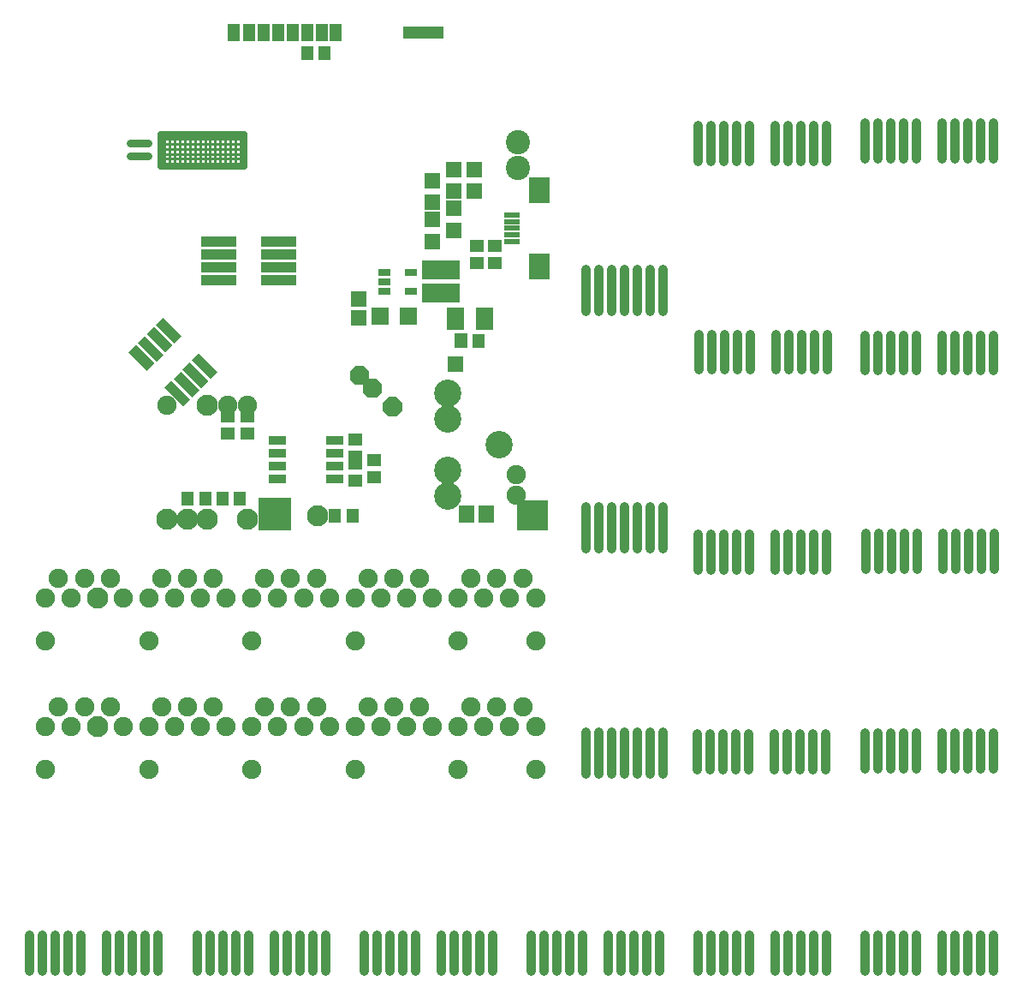
<source format=gbs>
%FSLAX34Y34*%
%MOMM*%
%LNSOLDERMASK_BOTTOM*%
G71*
G01*
%ADD10C, 1.900*%
%ADD11C, 2.100*%
%ADD12R, 1.800X2.200*%
%ADD13R, 1.190X0.800*%
%ADD14R, 3.800X1.900*%
%ADD15R, 1.800X1.800*%
%ADD16R, 1.600X1.500*%
%ADD17R, 1.600X1.600*%
%ADD18R, 1.200X1.800*%
%ADD19R, 1.300X1.400*%
%ADD20C, 2.400*%
%ADD21R, 1.800X0.870*%
%ADD22R, 1.400X1.300*%
%ADD23R, 1.500X1.700*%
%ADD24C, 2.700*%
%ADD25R, 1.550X0.600*%
%ADD26R, 2.100X2.500*%
%ADD27C, 0.250*%
%ADD28C, 0.700*%
%ADD29C, 0.800*%
%ADD30R, 2.600X1.000*%
%ADD31R, 0.500X1.200*%
%ADD32R, 3.500X1.000*%
%ADD33R, 2.500X1.000*%
%ADD34C, 0.950*%
%LPD*%
X42330Y-651323D02*
G54D10*
D03*
X144330Y-651323D02*
G54D10*
D03*
X246330Y-651323D02*
G54D10*
D03*
X348330Y-651323D02*
G54D10*
D03*
X450330Y-651323D02*
G54D10*
D03*
X526830Y-651323D02*
G54D10*
D03*
X42330Y-609047D02*
G54D10*
D03*
X67830Y-609048D02*
G54D10*
D03*
X93331Y-609046D02*
G54D11*
D03*
X118830Y-609048D02*
G54D10*
D03*
X144330Y-609048D02*
G54D10*
D03*
X169830Y-609048D02*
G54D10*
D03*
X195330Y-609048D02*
G54D10*
D03*
X220830Y-609048D02*
G54D10*
D03*
X246330Y-609048D02*
G54D10*
D03*
X271830Y-609048D02*
G54D10*
D03*
X297330Y-609048D02*
G54D10*
D03*
X322830Y-609048D02*
G54D10*
D03*
X348330Y-609048D02*
G54D10*
D03*
X373830Y-609048D02*
G54D10*
D03*
X399330Y-609048D02*
G54D10*
D03*
X424830Y-609048D02*
G54D10*
D03*
X450330Y-609048D02*
G54D10*
D03*
X475830Y-609048D02*
G54D10*
D03*
X501330Y-609048D02*
G54D10*
D03*
X526830Y-609048D02*
G54D10*
D03*
X55080Y-589047D02*
G54D10*
D03*
X80580Y-589047D02*
G54D10*
D03*
X106080Y-589048D02*
G54D10*
D03*
X157080Y-589048D02*
G54D10*
D03*
X182580Y-589048D02*
G54D10*
D03*
X208080Y-589048D02*
G54D10*
D03*
X259080Y-589048D02*
G54D10*
D03*
X284580Y-589048D02*
G54D10*
D03*
X310080Y-589048D02*
G54D10*
D03*
X361080Y-589048D02*
G54D10*
D03*
X386580Y-589048D02*
G54D10*
D03*
X412080Y-589048D02*
G54D10*
D03*
X463080Y-589048D02*
G54D10*
D03*
X488580Y-589048D02*
G54D10*
D03*
X514080Y-589048D02*
G54D10*
D03*
X475967Y-332525D02*
G54D12*
D03*
X447976Y-332517D02*
G54D12*
D03*
X377450Y-286962D02*
G54D13*
D03*
X377452Y-296367D02*
G54D13*
D03*
X377450Y-305962D02*
G54D13*
D03*
X403349Y-305962D02*
G54D13*
D03*
X403350Y-286962D02*
G54D13*
D03*
X433570Y-307447D02*
G54D14*
D03*
X433570Y-284447D02*
G54D14*
D03*
X401398Y-330569D02*
G54D15*
D03*
X373398Y-330570D02*
G54D15*
D03*
X351676Y-332078D02*
G54D16*
D03*
X351678Y-313073D02*
G54D16*
D03*
X425000Y-234889D02*
G54D16*
D03*
X425000Y-256463D02*
G54D16*
D03*
X447967Y-377903D02*
G54D17*
D03*
X507820Y-487399D02*
G54D10*
D03*
G36*
X508874Y-542026D02*
X508874Y-512026D01*
X538874Y-512026D01*
X538874Y-542026D01*
X508874Y-542026D01*
G37*
X228663Y-50435D02*
G54D18*
D03*
X243742Y-50433D02*
G54D18*
D03*
X258030Y-50433D02*
G54D18*
D03*
X272317Y-50434D02*
G54D18*
D03*
X286605Y-50433D02*
G54D18*
D03*
X300895Y-50435D02*
G54D18*
D03*
X315180Y-50433D02*
G54D18*
D03*
X329467Y-50433D02*
G54D18*
D03*
X300895Y-70815D02*
G54D19*
D03*
X317895Y-70815D02*
G54D19*
D03*
X162330Y-531149D02*
G54D11*
D03*
X182975Y-531155D02*
G54D11*
D03*
X202025Y-531155D02*
G54D11*
D03*
X202022Y-418315D02*
G54D11*
D03*
G36*
X285040Y-510074D02*
X285040Y-542074D01*
X253040Y-542074D01*
X253040Y-510074D01*
X285040Y-510074D01*
G37*
X509438Y-183754D02*
G54D20*
D03*
X509435Y-158354D02*
G54D20*
D03*
X328128Y-452730D02*
G54D21*
D03*
X328128Y-465430D02*
G54D21*
D03*
X328128Y-478130D02*
G54D21*
D03*
X328128Y-490830D02*
G54D21*
D03*
X271128Y-490830D02*
G54D21*
D03*
X271128Y-478130D02*
G54D21*
D03*
X271128Y-465430D02*
G54D21*
D03*
X271128Y-452730D02*
G54D21*
D03*
X348596Y-476146D02*
G54D22*
D03*
X348596Y-493146D02*
G54D22*
D03*
X348596Y-452002D02*
G54D22*
D03*
X348596Y-469002D02*
G54D22*
D03*
X367561Y-489336D02*
G54D22*
D03*
X367561Y-472336D02*
G54D22*
D03*
X458390Y-525858D02*
G54D23*
D03*
X162334Y-418316D02*
G54D10*
D03*
X222659Y-418316D02*
G54D10*
D03*
X241709Y-418316D02*
G54D10*
D03*
G36*
X124454Y-365777D02*
X131526Y-358707D01*
X149909Y-377093D01*
X142837Y-384163D01*
X124454Y-365777D01*
G37*
G36*
X133434Y-356797D02*
X140506Y-349726D01*
X158889Y-368112D01*
X151818Y-375183D01*
X133434Y-356797D01*
G37*
G36*
X142415Y-347816D02*
X149487Y-340746D01*
X167869Y-359133D01*
X160797Y-366203D01*
X142415Y-347816D01*
G37*
G36*
X151394Y-338838D02*
X158465Y-331767D01*
X176851Y-350150D01*
X169780Y-357222D01*
X151394Y-338838D01*
G37*
G36*
X186749Y-374193D02*
X193820Y-367122D01*
X212206Y-385506D01*
X205135Y-392577D01*
X186749Y-374193D01*
G37*
G36*
X177769Y-383173D02*
X184840Y-376102D01*
X203225Y-394486D01*
X196155Y-401558D01*
X177769Y-383173D01*
G37*
G36*
X168789Y-392154D02*
X175860Y-385082D01*
X194245Y-403466D01*
X187174Y-410538D01*
X168789Y-392154D01*
G37*
G36*
X159809Y-401133D02*
X166881Y-394062D01*
X185265Y-412448D01*
X178193Y-419518D01*
X159809Y-401133D01*
G37*
X234477Y-510372D02*
G54D19*
D03*
X217475Y-510369D02*
G54D19*
D03*
X478231Y-525859D02*
G54D23*
D03*
X490336Y-457421D02*
G54D24*
D03*
X439536Y-482820D02*
G54D24*
D03*
X439536Y-432020D02*
G54D24*
D03*
X439536Y-406621D02*
G54D24*
D03*
X439536Y-508220D02*
G54D24*
D03*
X503811Y-230565D02*
G54D25*
D03*
X503811Y-237065D02*
G54D25*
D03*
X503811Y-243565D02*
G54D25*
D03*
X503811Y-250065D02*
G54D25*
D03*
X503811Y-256565D02*
G54D25*
D03*
X530561Y-281065D02*
G54D26*
D03*
X530561Y-206065D02*
G54D26*
D03*
X425000Y-196392D02*
G54D16*
D03*
X425000Y-217966D02*
G54D16*
D03*
X445637Y-224094D02*
G54D16*
D03*
X445637Y-245668D02*
G54D16*
D03*
X445637Y-185597D02*
G54D16*
D03*
X445637Y-207171D02*
G54D16*
D03*
G36*
X369464Y-392138D02*
X375022Y-397696D01*
X375022Y-405580D01*
X369464Y-411138D01*
X361580Y-411138D01*
X356022Y-405580D01*
X356022Y-397696D01*
X361580Y-392138D01*
X369464Y-392138D01*
G37*
G36*
X356764Y-379438D02*
X362322Y-384996D01*
X362322Y-392880D01*
X356764Y-398438D01*
X348880Y-398438D01*
X343322Y-392880D01*
X343322Y-384996D01*
X348880Y-379438D01*
X356764Y-379438D01*
G37*
G36*
X389434Y-410394D02*
X394992Y-415952D01*
X394992Y-423836D01*
X389434Y-429394D01*
X381550Y-429394D01*
X375992Y-423836D01*
X375992Y-415952D01*
X381550Y-410394D01*
X389434Y-410394D01*
G37*
X466275Y-185597D02*
G54D16*
D03*
X466274Y-207171D02*
G54D16*
D03*
X486734Y-277581D02*
G54D22*
D03*
X486734Y-260581D02*
G54D22*
D03*
X468478Y-277581D02*
G54D22*
D03*
X468478Y-260581D02*
G54D22*
D03*
X310975Y-527400D02*
G54D11*
D03*
G54D27*
X160000Y-182307D02*
X160000Y-150557D01*
X165000Y-182307D02*
X165000Y-150557D01*
X170000Y-182307D02*
X170000Y-150557D01*
X175000Y-182307D02*
X175000Y-150557D01*
X180000Y-182307D02*
X180000Y-150557D01*
X185000Y-182307D02*
X185000Y-150557D01*
X190000Y-182307D02*
X190000Y-150557D01*
X195000Y-182307D02*
X195000Y-150557D01*
X200000Y-182307D02*
X200000Y-150557D01*
X205000Y-182307D02*
X205000Y-150557D01*
X210000Y-182307D02*
X210000Y-150557D01*
X215000Y-182307D02*
X215000Y-150557D01*
X220000Y-182307D02*
X220000Y-150557D01*
X225000Y-182307D02*
X225000Y-150557D01*
X230000Y-182307D02*
X230000Y-150557D01*
X235000Y-182307D02*
X235000Y-150557D01*
X156190Y-180000D02*
X238740Y-180000D01*
X156190Y-175000D02*
X238740Y-175000D01*
X156190Y-170000D02*
X238740Y-170000D01*
X156189Y-165000D02*
X238740Y-165000D01*
X156189Y-160000D02*
X238740Y-160000D01*
X156189Y-155000D02*
X238740Y-155000D01*
G54D28*
X156189Y-150557D02*
X238740Y-150557D01*
X238740Y-182307D01*
X156190Y-182307D01*
X156189Y-150557D01*
G54D29*
X143631Y-172243D02*
X125484Y-172243D01*
G54D29*
X143631Y-159543D02*
X125484Y-159543D01*
X182975Y-510366D02*
G54D19*
D03*
X199977Y-510369D02*
G54D19*
D03*
X268043Y-256452D02*
G54D30*
D03*
X268043Y-269152D02*
G54D30*
D03*
X268043Y-281852D02*
G54D30*
D03*
X268043Y-294552D02*
G54D30*
D03*
X218042Y-294552D02*
G54D30*
D03*
X218043Y-281852D02*
G54D30*
D03*
X218043Y-269152D02*
G54D30*
D03*
X218043Y-256452D02*
G54D30*
D03*
X328565Y-527399D02*
G54D19*
D03*
X345564Y-527400D02*
G54D19*
D03*
X222400Y-446243D02*
G54D22*
D03*
X222403Y-429241D02*
G54D22*
D03*
X241450Y-446243D02*
G54D22*
D03*
X241453Y-429241D02*
G54D22*
D03*
G36*
X446731Y-347529D02*
X459731Y-347528D01*
X459731Y-361528D01*
X446731Y-361529D01*
X446731Y-347529D01*
G37*
X470231Y-354528D02*
G54D19*
D03*
X398310Y-50388D02*
G54D31*
D03*
X403310Y-50388D02*
G54D31*
D03*
X408310Y-50388D02*
G54D31*
D03*
X413310Y-50388D02*
G54D31*
D03*
X418310Y-50388D02*
G54D31*
D03*
X423310Y-50388D02*
G54D31*
D03*
X428310Y-50388D02*
G54D31*
D03*
X433310Y-50388D02*
G54D31*
D03*
X458390Y-525858D02*
G54D23*
D03*
X478231Y-525859D02*
G54D23*
D03*
X241719Y-531149D02*
G54D11*
D03*
X507821Y-507400D02*
G54D10*
D03*
X272805Y-256452D02*
G54D32*
D03*
X218043Y-256452D02*
G54D33*
D03*
X272805Y-269152D02*
G54D32*
D03*
X272805Y-281852D02*
G54D32*
D03*
X272805Y-294552D02*
G54D32*
D03*
X213280Y-294552D02*
G54D32*
D03*
X213280Y-281852D02*
G54D32*
D03*
X213280Y-269152D02*
G54D32*
D03*
X213280Y-256452D02*
G54D32*
D03*
X42330Y-778323D02*
G54D10*
D03*
X144330Y-778323D02*
G54D10*
D03*
X246330Y-778323D02*
G54D10*
D03*
X348330Y-778323D02*
G54D10*
D03*
X450330Y-778323D02*
G54D10*
D03*
X526830Y-778323D02*
G54D10*
D03*
X42330Y-736047D02*
G54D10*
D03*
X67830Y-736048D02*
G54D10*
D03*
X93331Y-736046D02*
G54D11*
D03*
X118830Y-736048D02*
G54D10*
D03*
X144330Y-736048D02*
G54D10*
D03*
X169830Y-736048D02*
G54D10*
D03*
X195330Y-736048D02*
G54D10*
D03*
X220830Y-736048D02*
G54D10*
D03*
X246330Y-736048D02*
G54D10*
D03*
X271830Y-736048D02*
G54D10*
D03*
X297330Y-736048D02*
G54D10*
D03*
X322830Y-736048D02*
G54D10*
D03*
X348330Y-736048D02*
G54D10*
D03*
X373830Y-736048D02*
G54D10*
D03*
X399330Y-736048D02*
G54D10*
D03*
X424830Y-736048D02*
G54D10*
D03*
X450330Y-736048D02*
G54D10*
D03*
X475830Y-736048D02*
G54D10*
D03*
X501330Y-736048D02*
G54D10*
D03*
X526830Y-736048D02*
G54D10*
D03*
X55080Y-716047D02*
G54D10*
D03*
X80580Y-716047D02*
G54D10*
D03*
X106080Y-716048D02*
G54D10*
D03*
X157080Y-716048D02*
G54D10*
D03*
X182580Y-716048D02*
G54D10*
D03*
X208080Y-716048D02*
G54D10*
D03*
X259080Y-716048D02*
G54D10*
D03*
X284580Y-716048D02*
G54D10*
D03*
X310080Y-716048D02*
G54D10*
D03*
X361080Y-716048D02*
G54D10*
D03*
X386580Y-716048D02*
G54D10*
D03*
X412080Y-716048D02*
G54D10*
D03*
X463080Y-716048D02*
G54D10*
D03*
X488580Y-716048D02*
G54D10*
D03*
X514080Y-716048D02*
G54D10*
D03*
G54D34*
X140402Y-941516D02*
X140402Y-976916D01*
G54D34*
X127602Y-941516D02*
X127602Y-976916D01*
G54D34*
X114902Y-941516D02*
X114902Y-976916D01*
G54D34*
X102302Y-941516D02*
X102302Y-976916D01*
G54D34*
X76802Y-941516D02*
X76802Y-976916D01*
G54D34*
X153002Y-941516D02*
X153002Y-976916D01*
G54D34*
X64102Y-941516D02*
X64102Y-976916D01*
G54D34*
X51502Y-941516D02*
X51502Y-976916D01*
G54D34*
X38702Y-941516D02*
X38702Y-976916D01*
G54D34*
X26002Y-941516D02*
X26002Y-976916D01*
G54D34*
X306296Y-941516D02*
X306296Y-976916D01*
G54D34*
X293496Y-941516D02*
X293496Y-976916D01*
G54D34*
X280796Y-941516D02*
X280796Y-976916D01*
G54D34*
X268196Y-941516D02*
X268196Y-976916D01*
G54D34*
X242696Y-941516D02*
X242696Y-976916D01*
G54D34*
X318896Y-941516D02*
X318896Y-976916D01*
G54D34*
X229996Y-941516D02*
X229996Y-976916D01*
G54D34*
X217396Y-941516D02*
X217396Y-976916D01*
G54D34*
X204596Y-941516D02*
X204596Y-976916D01*
G54D34*
X191896Y-941516D02*
X191896Y-976916D01*
G54D34*
X471396Y-941516D02*
X471396Y-976916D01*
G54D34*
X458596Y-941516D02*
X458596Y-976916D01*
G54D34*
X445896Y-941516D02*
X445896Y-976916D01*
G54D34*
X433296Y-941516D02*
X433296Y-976916D01*
G54D34*
X407796Y-941516D02*
X407796Y-976916D01*
G54D34*
X483996Y-941516D02*
X483996Y-976916D01*
G54D34*
X395096Y-941516D02*
X395096Y-976916D01*
G54D34*
X382496Y-941516D02*
X382496Y-976916D01*
G54D34*
X369696Y-941516D02*
X369696Y-976916D01*
G54D34*
X356996Y-941516D02*
X356996Y-976916D01*
G54D34*
X636496Y-941516D02*
X636496Y-976916D01*
G54D34*
X623696Y-941516D02*
X623696Y-976916D01*
G54D34*
X610996Y-941516D02*
X610996Y-976916D01*
G54D34*
X598396Y-941516D02*
X598396Y-976916D01*
G54D34*
X572896Y-941516D02*
X572896Y-976916D01*
G54D34*
X649096Y-941516D02*
X649096Y-976916D01*
G54D34*
X560196Y-941516D02*
X560196Y-976916D01*
G54D34*
X547596Y-941516D02*
X547596Y-976916D01*
G54D34*
X534796Y-941516D02*
X534796Y-976916D01*
G54D34*
X522096Y-941516D02*
X522096Y-976916D01*
G54D34*
X801596Y-941516D02*
X801596Y-976916D01*
G54D34*
X788796Y-941516D02*
X788796Y-976916D01*
G54D34*
X776096Y-941516D02*
X776096Y-976916D01*
G54D34*
X763496Y-941516D02*
X763496Y-976916D01*
G54D34*
X737996Y-941516D02*
X737996Y-976916D01*
G54D34*
X814196Y-941516D02*
X814196Y-976916D01*
G54D34*
X725296Y-941516D02*
X725296Y-976916D01*
G54D34*
X712696Y-941516D02*
X712696Y-976916D01*
G54D34*
X699896Y-941516D02*
X699896Y-976916D01*
G54D34*
X687196Y-941516D02*
X687196Y-976916D01*
G54D34*
X966696Y-941516D02*
X966696Y-976916D01*
G54D34*
X953896Y-941516D02*
X953896Y-976916D01*
G54D34*
X941196Y-941516D02*
X941196Y-976916D01*
G54D34*
X928596Y-941516D02*
X928596Y-976916D01*
G54D34*
X903096Y-941516D02*
X903096Y-976916D01*
G54D34*
X979296Y-941516D02*
X979296Y-976916D01*
G54D34*
X890396Y-941516D02*
X890396Y-976916D01*
G54D34*
X877796Y-941516D02*
X877796Y-976916D01*
G54D34*
X864996Y-941516D02*
X864996Y-976916D01*
G54D34*
X852296Y-941516D02*
X852296Y-976916D01*
G54D34*
X966505Y-741973D02*
X966505Y-777373D01*
G54D34*
X953705Y-741973D02*
X953705Y-777373D01*
G54D34*
X941005Y-741973D02*
X941005Y-777373D01*
G54D34*
X928405Y-741973D02*
X928405Y-777373D01*
G54D34*
X902905Y-741973D02*
X902905Y-777373D01*
G54D34*
X979105Y-741973D02*
X979105Y-777373D01*
G54D34*
X890205Y-741973D02*
X890205Y-777373D01*
G54D34*
X877605Y-741973D02*
X877605Y-777373D01*
G54D34*
X864805Y-741973D02*
X864805Y-777373D01*
G54D34*
X852105Y-741973D02*
X852105Y-777373D01*
G54D34*
X801008Y-742766D02*
X801008Y-778166D01*
G54D34*
X788208Y-742766D02*
X788208Y-778166D01*
G54D34*
X775508Y-742766D02*
X775508Y-778166D01*
G54D34*
X762908Y-742766D02*
X762908Y-778166D01*
G54D34*
X737408Y-742766D02*
X737408Y-778166D01*
G54D34*
X813608Y-742766D02*
X813608Y-778166D01*
G54D34*
X724708Y-742766D02*
X724708Y-778166D01*
G54D34*
X712108Y-742766D02*
X712108Y-778166D01*
G54D34*
X699308Y-742766D02*
X699308Y-778166D01*
G54D34*
X686608Y-742766D02*
X686608Y-778166D01*
G54D34*
X967696Y-544726D02*
X967695Y-580126D01*
G54D34*
X954896Y-544726D02*
X954896Y-580126D01*
G54D34*
X942196Y-544726D02*
X942196Y-580126D01*
G54D34*
X929596Y-544726D02*
X929596Y-580126D01*
G54D34*
X904096Y-544726D02*
X904096Y-580126D01*
G54D34*
X980295Y-544726D02*
X980295Y-580126D01*
G54D34*
X891396Y-544726D02*
X891396Y-580126D01*
G54D34*
X878796Y-544726D02*
X878796Y-580126D01*
G54D34*
X865996Y-544726D02*
X865996Y-580126D01*
G54D34*
X853296Y-544726D02*
X853296Y-580126D01*
G54D34*
X801177Y-545373D02*
X801176Y-580773D01*
G54D34*
X788377Y-545373D02*
X788377Y-580773D01*
G54D34*
X775677Y-545373D02*
X775677Y-580773D01*
G54D34*
X763077Y-545373D02*
X763077Y-580773D01*
G54D34*
X737577Y-545373D02*
X737577Y-580773D01*
G54D34*
X813776Y-545373D02*
X813776Y-580773D01*
G54D34*
X724877Y-545373D02*
X724877Y-580773D01*
G54D34*
X712277Y-545373D02*
X712277Y-580773D01*
G54D34*
X699477Y-545373D02*
X699477Y-580773D01*
G54D34*
X686777Y-545373D02*
X686777Y-580773D01*
G54D34*
X966902Y-348670D02*
X966902Y-384070D01*
G54D34*
X954102Y-348670D02*
X954102Y-384070D01*
G54D34*
X941402Y-348670D02*
X941402Y-384070D01*
G54D34*
X928802Y-348670D02*
X928802Y-384070D01*
G54D34*
X903302Y-348670D02*
X903302Y-384070D01*
G54D34*
X979502Y-348670D02*
X979502Y-384070D01*
G54D34*
X890602Y-348670D02*
X890602Y-384070D01*
G54D34*
X878002Y-348670D02*
X878002Y-384070D01*
G54D34*
X865202Y-348670D02*
X865202Y-384070D01*
G54D34*
X852502Y-348670D02*
X852502Y-384070D01*
G54D34*
X802596Y-347876D02*
X802595Y-383276D01*
G54D34*
X789796Y-347876D02*
X789796Y-383276D01*
G54D34*
X777096Y-347876D02*
X777096Y-383276D01*
G54D34*
X764496Y-347876D02*
X764496Y-383276D01*
G54D34*
X738996Y-347876D02*
X738996Y-383276D01*
G54D34*
X815195Y-347876D02*
X815195Y-383276D01*
G54D34*
X726296Y-347876D02*
X726296Y-383276D01*
G54D34*
X713696Y-347876D02*
X713696Y-383276D01*
G54D34*
X700896Y-347876D02*
X700896Y-383276D01*
G54D34*
X688196Y-347876D02*
X688196Y-383276D01*
G54D34*
X639876Y-740725D02*
X639876Y-782475D01*
G54D34*
X627076Y-740726D02*
X627076Y-782476D01*
G54D34*
X614376Y-740726D02*
X614376Y-782476D01*
G54D34*
X601776Y-740726D02*
X601776Y-782476D01*
G54D34*
X588976Y-740726D02*
X588976Y-782475D01*
G54D34*
X576276Y-740726D02*
X576276Y-782475D01*
G54D34*
X652476Y-740725D02*
X652476Y-782476D01*
G54D34*
X639876Y-518475D02*
X639876Y-560225D01*
G54D34*
X627076Y-518476D02*
X627076Y-560226D01*
G54D34*
X614376Y-518476D02*
X614376Y-560226D01*
G54D34*
X601776Y-518476D02*
X601776Y-560226D01*
G54D34*
X588976Y-518476D02*
X588976Y-560225D01*
G54D34*
X576276Y-518476D02*
X576276Y-560225D01*
G54D34*
X652476Y-518475D02*
X652476Y-560226D01*
G54D34*
X639876Y-283525D02*
X639876Y-325275D01*
G54D34*
X627076Y-283526D02*
X627076Y-325276D01*
G54D34*
X614376Y-283526D02*
X614376Y-325276D01*
G54D34*
X601776Y-283526D02*
X601776Y-325276D01*
G54D34*
X588976Y-283526D02*
X588976Y-325275D01*
G54D34*
X576276Y-283526D02*
X576276Y-325275D01*
G54D34*
X652476Y-283525D02*
X652476Y-325276D01*
G54D34*
X966902Y-139120D02*
X966902Y-174520D01*
G54D34*
X954102Y-139120D02*
X954102Y-174520D01*
G54D34*
X941402Y-139120D02*
X941402Y-174520D01*
G54D34*
X928802Y-139120D02*
X928802Y-174520D01*
G54D34*
X903302Y-139120D02*
X903302Y-174520D01*
G54D34*
X979502Y-139120D02*
X979502Y-174520D01*
G54D34*
X890602Y-139120D02*
X890602Y-174520D01*
G54D34*
X878002Y-139120D02*
X878002Y-174520D01*
G54D34*
X865202Y-139120D02*
X865202Y-174520D01*
G54D34*
X852502Y-139120D02*
X852502Y-174520D01*
G54D34*
X801596Y-141416D02*
X801596Y-176816D01*
G54D34*
X788796Y-141416D02*
X788796Y-176816D01*
G54D34*
X776096Y-141416D02*
X776096Y-176816D01*
G54D34*
X763496Y-141416D02*
X763496Y-176816D01*
G54D34*
X737996Y-141416D02*
X737996Y-176816D01*
G54D34*
X814196Y-141416D02*
X814196Y-176816D01*
G54D34*
X725296Y-141416D02*
X725296Y-176816D01*
G54D34*
X712696Y-141416D02*
X712696Y-176816D01*
G54D34*
X699896Y-141416D02*
X699896Y-176816D01*
G54D34*
X687196Y-141416D02*
X687196Y-176816D01*
M02*

</source>
